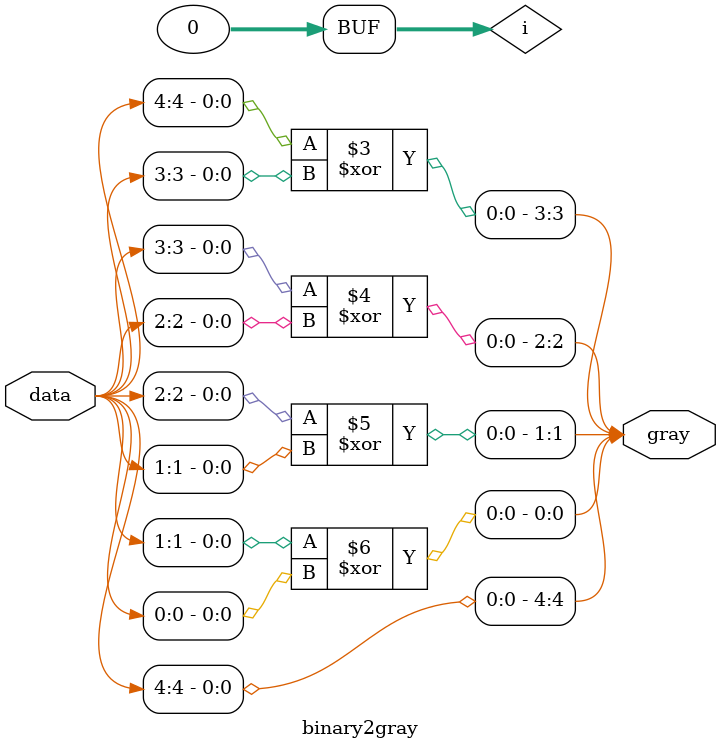
<source format=v>
module binary2gray #(parameter addr_width=4)(
    input  [addr_width:0] data,
    output reg [addr_width:0] gray
);
    integer i;
    always @(*) begin
        gray[addr_width] = data[addr_width];
        for(i = addr_width; i > 0; i = i - 1)
            gray[i-1] = data[i] ^ data[i-1];
    end
endmodule


</source>
